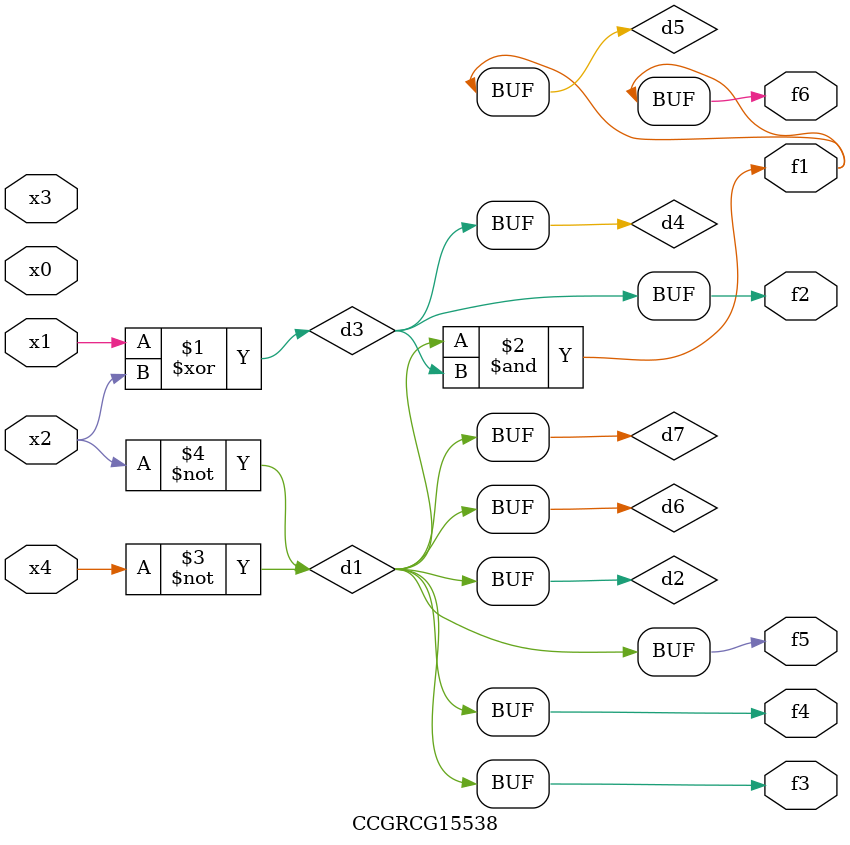
<source format=v>
module CCGRCG15538(
	input x0, x1, x2, x3, x4,
	output f1, f2, f3, f4, f5, f6
);

	wire d1, d2, d3, d4, d5, d6, d7;

	not (d1, x4);
	not (d2, x2);
	xor (d3, x1, x2);
	buf (d4, d3);
	and (d5, d1, d3);
	buf (d6, d1, d2);
	buf (d7, d2);
	assign f1 = d5;
	assign f2 = d4;
	assign f3 = d7;
	assign f4 = d7;
	assign f5 = d7;
	assign f6 = d5;
endmodule

</source>
